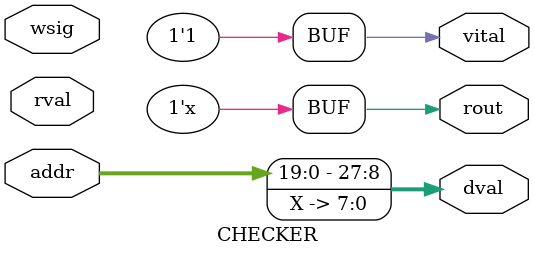
<source format=v>
module CHECKER (
    input        [19:00]    addr,
    input        [03:00]    wsig,
    input        [07:00]    rval,
    output  reg  [27:00]    dval,
    output  reg             rout,
    output                  vital
);

reg [7:0] temp = 'd0;

always @(*) begin
    if (!rval[7]) begin
        temp[7:6] <= {1'b0, 1'b0}; 
    end else begin
        if (wsig[3] == rval[6]) begin
            temp[7:6] <= {1'b0, 1'b0}; 
        end else begin
            temp[7:6] <= {rval[6], wsig[3]}; 
        end
    end

    if (!rval[5]) begin
        temp[5:4] <= {1'b0, 1'b0}; 
    end else begin
        if (wsig[2] == rval[4]) begin
            temp[5:4] <= {1'b0, 1'b0}; 
        end else begin
            temp[5:4] <= {rval[4], wsig[2]}; 
        end
    end

    if (!rval[3]) begin
        temp[3:2] <= {1'b0, 1'b0}; 
    end else begin
        if (wsig[1] == rval[2]) begin
            temp[3:2] <= {1'b0, 1'b0}; 
        end else begin
            temp[3:2] <= {rval[2], wsig[1]}; 
        end
    end

    if (!rval[1]) begin
        temp[1:0] <= {1'b0, 1'b0}; 
    end else begin
        if (wsig[0] == rval[0]) begin
            temp[1:0] <= {1'b0, 1'b0}; 
        end else begin
            temp[1:0] <= {rval[0], wsig[0]}; 
        end
    end

    dval <= {addr, temp};
    rout <= (temp[7]|temp[6]|temp[5]|temp[4]|temp[3]|temp[2]|temp[1]|temp[0]);
end

assign vital = 1'b1;

endmodule

</source>
